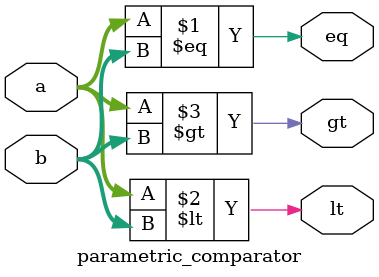
<source format=v>
module parametric_comparator #(parameter N = 4)(
	 input  [N-1:0] a,b,
	 output eq,lt,gt
);

  assign eq = (a == b);
  assign lt = (a < b);
  assign gt = (a > b);

endmodule


</source>
